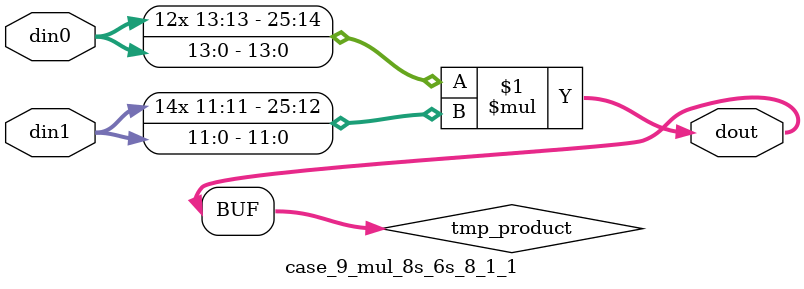
<source format=v>

`timescale 1 ns / 1 ps

 module case_9_mul_8s_6s_8_1_1(din0, din1, dout);
parameter ID = 1;
parameter NUM_STAGE = 0;
parameter din0_WIDTH = 14;
parameter din1_WIDTH = 12;
parameter dout_WIDTH = 26;

input [din0_WIDTH - 1 : 0] din0; 
input [din1_WIDTH - 1 : 0] din1; 
output [dout_WIDTH - 1 : 0] dout;

wire signed [dout_WIDTH - 1 : 0] tmp_product;



























assign tmp_product = $signed(din0) * $signed(din1);








assign dout = tmp_product;





















endmodule

</source>
